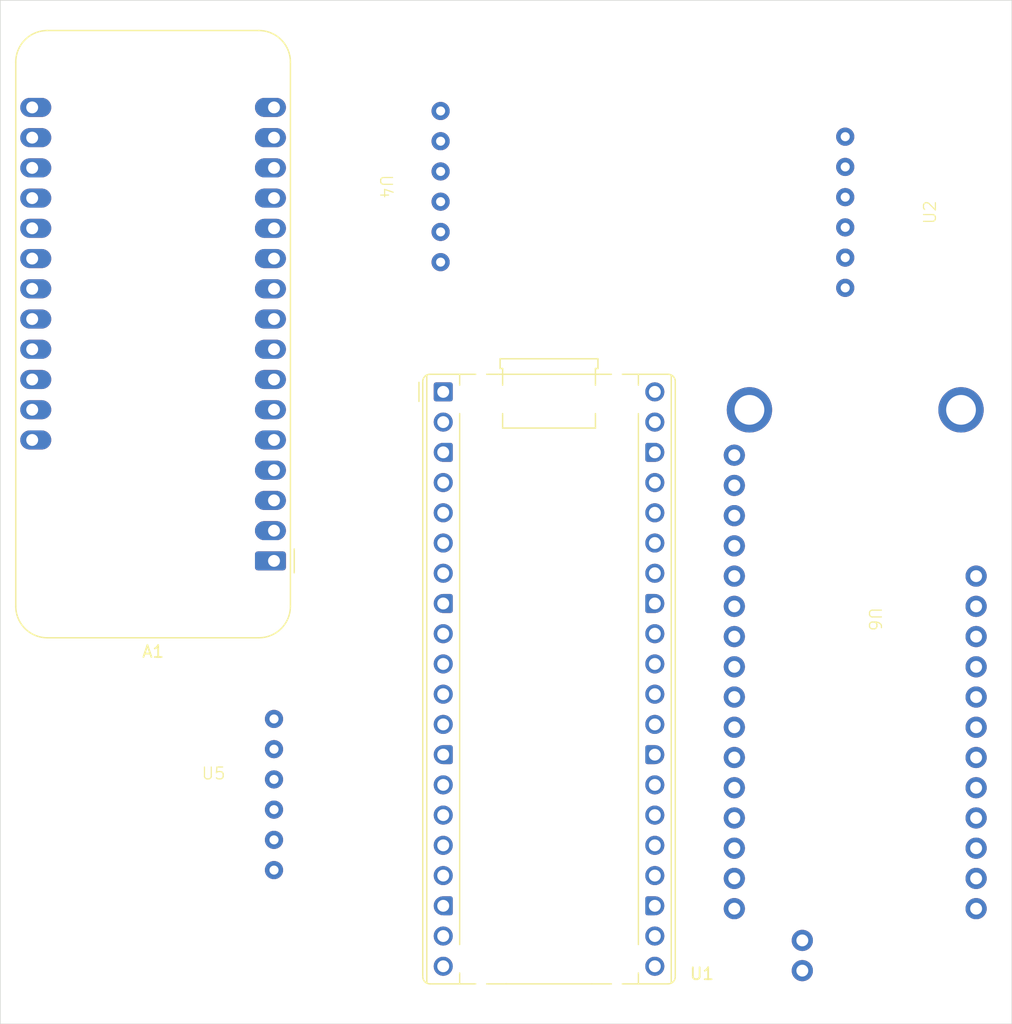
<source format=kicad_pcb>
(kicad_pcb (version 20240108) (generator "pcbnew") (generator_version "8.0")
  (layers (0 "F.Cu" signal) (31 "B.Cu" signal) (34 "B.Paste" user) (35 "F.Paste" user) (36 "B.SilkS" user "B.Silkscreen") (37 "F.SilkS" user "F.Silkscreen") (38 "B.Mask" user) (39 "F.Mask" user) (44 "Edge.Cuts" user))
  (net 0 "")
  (net 7 "/RX2")
  (net 8 "+3.3V")
  (net 10 "GND")
  (net 23 "/TX2")
  (net 39 "/SDA1")
  (net 55 "/SCL1")
  (net 60 "/SDA2")
  (net 62 "/SCL2")
  (net 65 "/MISO1")
  (net 66 "/MOSI1")
  (net 67 "/CS1")
  (net 68 "/SCK1")
  (net 69 "/RX1")
  (net 70 "/TX1")
  (footprint "Module:RaspberryPi_Pico_Common_THT" (layer "F.Cu") (at 62.22 54.9)
    (property "Reference" "U1" (at 20.6375 48.895 0) (layer "F.SilkS") (effects (justify left)))
    (property "Value" "Pico")
    (fp_line (start -2.04 0.8) (end -2.04 -0.8) (stroke (width 0.12)) (layer "F.SilkS"))
    (fp_line (start -1.72 -0.87) (end -1.72 49.13) (stroke (width 0.12)) (layer "F.SilkS"))
    (fp_line (start -1.38 -1.417) (end -1.38 49.677) (stroke (width 0.12)) (layer "F.SilkS"))
    (fp_line (start -1.11 -1.48) (end 1.38 -1.48) (stroke (width 0.12)) (layer "F.SilkS"))
    (fp_line (start -1.11 49.74) (end 2.727939 49.74) (stroke (width 0.12)) (layer "F.SilkS"))
    (fp_line (start 1.38 -1.48) (end 1.38 -0.56648) (stroke (width 0.12)) (layer "F.SilkS"))
    (fp_line (start 1.38 -1.48) (end 2.72794 -1.48) (stroke (width 0.12)) (layer "F.SilkS"))
    (fp_line (start 1.38 1.82648) (end 1.38 46.43352) (stroke (width 0.12)) (layer "F.SilkS"))
    (fp_line (start 1.38 48.82648) (end 1.38 49.74) (stroke (width 0.12)) (layer "F.SilkS"))
    (fp_line (start 3.652061 -1.48) (end 4.655 -1.48) (stroke (width 0.12)) (layer "F.SilkS"))
    (fp_line (start 4.655 -1.48) (end 13.125 -1.48) (stroke (width 0.12)) (layer "F.SilkS"))
    (fp_line (start 4.78 -2.78) (end 4.78 -1.96) (stroke (width 0.12)) (layer "F.SilkS"))
    (fp_line (start 4.78 -2.78) (end 13 -2.78) (stroke (width 0.12)) (layer "F.SilkS"))
    (fp_line (start 4.78 -1.96) (end 4.99 -1.96) (stroke (width 0.12)) (layer "F.SilkS"))
    (fp_line (start 4.99 -1.96) (end 4.99 -0.564) (stroke (width 0.12)) (layer "F.SilkS"))
    (fp_line (start 4.99 1.824) (end 4.99 3.04) (stroke (width 0.12)) (layer "F.SilkS"))
    (fp_line (start 5.29 49.74) (end 3.652061 49.74) (stroke (width 0.12)) (layer "F.SilkS"))
    (fp_line (start 12.49 49.74) (end 5.29 49.74) (stroke (width 0.12)) (layer "F.SilkS"))
    (fp_line (start 12.79 -1.96) (end 12.79 -0.564) (stroke (width 0.12)) (layer "F.SilkS"))
    (fp_line (start 12.79 1.824) (end 12.79 3.04) (stroke (width 0.12)) (layer "F.SilkS"))
    (fp_line (start 12.79 3.04) (end 4.99 3.04) (stroke (width 0.12)) (layer "F.SilkS"))
    (fp_line (start 13 -2.78) (end 13 -1.96) (stroke (width 0.12)) (layer "F.SilkS"))
    (fp_line (start 13 -1.96) (end 12.79 -1.96) (stroke (width 0.12)) (layer "F.SilkS"))
    (fp_line (start 13.125 -1.48) (end 14.127939 -1.48) (stroke (width 0.12)) (layer "F.SilkS"))
    (fp_line (start 14.127939 49.74) (end 12.49 49.74) (stroke (width 0.12)) (layer "F.SilkS"))
    (fp_line (start 15.052061 -1.48) (end 16.4 -1.48) (stroke (width 0.12)) (layer "F.SilkS"))
    (fp_line (start 15.052061 49.74) (end 18.89 49.74) (stroke (width 0.12)) (layer "F.SilkS"))
    (fp_line (start 16.4 -1.48) (end 16.4 -0.56648) (stroke (width 0.12)) (layer "F.SilkS"))
    (fp_line (start 16.4 1.82648) (end 16.4 46.43352) (stroke (width 0.12)) (layer "F.SilkS"))
    (fp_line (start 16.4 48.82648) (end 16.4 49.74) (stroke (width 0.12)) (layer "F.SilkS"))
    (fp_line (start 18.89 -1.48) (end 16.4 -1.48) (stroke (width 0.12)) (layer "F.SilkS"))
    (fp_line (start 19.16 49.677) (end 19.16 -1.417) (stroke (width 0.12)) (layer "F.SilkS"))
    (fp_line (start 19.5 -0.87) (end 19.5 49.13) (stroke (width 0.12)) (layer "F.SilkS"))
    (fp_arc (start -1.72 -0.87) (mid -1.541335 -1.301335) (end -1.11 -1.48) (stroke (width 0.12)) (layer "F.SilkS"))
    (fp_arc (start -1.11 49.74) (mid -1.541364 49.561364) (end -1.72 49.13) (stroke (width 0.12)) (layer "F.SilkS"))
    (fp_arc (start 18.89 -1.48) (mid 19.321335 -1.301335) (end 19.5 -0.87) (stroke (width 0.12)) (layer "F.SilkS"))
    (fp_arc (start 19.5 49.13) (mid 19.321335 49.561335) (end 18.89 49.74) (stroke (width 0.12)) (layer "F.SilkS"))
    (pad "1" thru_hole roundrect (at 0 0) (size 1.6 1.6) (drill 1) (layers "*.Cu" "*.Mask") (roundrect_rratio 0.125) (net 39 "/SDA1"))
    (pad "2" thru_hole circle (at 0 2.54) (size 1.6 1.6) (drill 1) (layers "*.Cu" "*.Mask") (net 55 "/SCL1"))
    (pad "3" thru_hole custom (at 0 5.08) (size 1.6 1.6) (drill 1) (layers "*.Cu" "*.Mask") (options (clearance outline) (anchor circle)) (primitives (gr_poly (pts (xy 0.8 0.6) (xy 0.8 -0.6) (xy 0.6 -0.8) (xy 0 -0.8) (xy 0 0.8) (xy 0.6 0.8)) (width 0) (fill yes)) (gr_circle (center 0.6 0.6) (end 0.8 0.6) (width 0) (fill yes)) (gr_circle (center 0.6 -0.6) (end 0.8 -0.6) (width 0) (fill yes))))
    (pad "4" thru_hole circle (at 0 7.62) (size 1.6 1.6) (drill 1) (layers "*.Cu" "*.Mask"))
    (pad "5" thru_hole circle (at 0 10.16) (size 1.6 1.6) (drill 1) (layers "*.Cu" "*.Mask"))
    (pad "6" thru_hole circle (at 0 12.7) (size 1.6 1.6) (drill 1) (layers "*.Cu" "*.Mask") (net 7 "/RX2"))
    (pad "7" thru_hole circle (at 0 15.24) (size 1.6 1.6) (drill 1) (layers "*.Cu" "*.Mask") (net 23 "/TX2"))
    (pad "8" thru_hole custom (at 0 17.78) (size 1.6 1.6) (drill 1) (layers "*.Cu" "*.Mask") (options (clearance outline) (anchor circle)) (primitives (gr_poly (pts (xy 0.8 0.6) (xy 0.8 -0.6) (xy 0.6 -0.8) (xy 0 -0.8) (xy 0 0.8) (xy 0.6 0.8)) (width 0) (fill yes)) (gr_circle (center 0.6 0.6) (end 0.8 0.6) (width 0) (fill yes)) (gr_circle (center 0.6 -0.6) (end 0.8 -0.6) (width 0) (fill yes))))
    (pad "9" thru_hole circle (at 0 20.32) (size 1.6 1.6) (drill 1) (layers "*.Cu" "*.Mask"))
    (pad "10" thru_hole circle (at 0 22.86) (size 1.6 1.6) (drill 1) (layers "*.Cu" "*.Mask"))
    (pad "11" thru_hole circle (at 0 25.4) (size 1.6 1.6) (drill 1) (layers "*.Cu" "*.Mask") (net 66 "/MOSI1"))
    (pad "12" thru_hole circle (at 0 27.94) (size 1.6 1.6) (drill 1) (layers "*.Cu" "*.Mask") (net 67 "/CS1"))
    (pad "13" thru_hole custom (at 0 30.48) (size 1.6 1.6) (drill 1) (layers "*.Cu" "*.Mask") (options (clearance outline) (anchor circle)) (primitives (gr_poly (pts (xy 0.8 0.6) (xy 0.8 -0.6) (xy 0.6 -0.8) (xy 0 -0.8) (xy 0 0.8) (xy 0.6 0.8)) (width 0) (fill yes)) (gr_circle (center 0.6 0.6) (end 0.8 0.6) (width 0) (fill yes)) (gr_circle (center 0.6 -0.6) (end 0.8 -0.6) (width 0) (fill yes))))
    (pad "14" thru_hole circle (at 0 33.02) (size 1.6 1.6) (drill 1) (layers "*.Cu" "*.Mask") (net 68 "/SCK1"))
    (pad "15" thru_hole circle (at 0 35.56) (size 1.6 1.6) (drill 1) (layers "*.Cu" "*.Mask") (net 65 "/MISO1"))
    (pad "16" thru_hole circle (at 0 38.1) (size 1.6 1.6) (drill 1) (layers "*.Cu" "*.Mask"))
    (pad "17" thru_hole circle (at 0 40.64) (size 1.6 1.6) (drill 1) (layers "*.Cu" "*.Mask"))
    (pad "18" thru_hole custom (at 0 43.18) (size 1.6 1.6) (drill 1) (layers "*.Cu" "*.Mask") (options (clearance outline) (anchor circle)) (primitives (gr_poly (pts (xy 0.8 0.6) (xy 0.8 -0.6) (xy 0.6 -0.8) (xy 0 -0.8) (xy 0 0.8) (xy 0.6 0.8)) (width 0) (fill yes)) (gr_circle (center 0.6 0.6) (end 0.8 0.6) (width 0) (fill yes)) (gr_circle (center 0.6 -0.6) (end 0.8 -0.6) (width 0) (fill yes))))
    (pad "19" thru_hole circle (at 0 45.72) (size 1.6 1.6) (drill 1) (layers "*.Cu" "*.Mask"))
    (pad "20" thru_hole circle (at 0 48.26) (size 1.6 1.6) (drill 1) (layers "*.Cu" "*.Mask"))
    (pad "21" thru_hole circle (at 17.78 48.26) (size 1.6 1.6) (drill 1) (layers "*.Cu" "*.Mask"))
    (pad "22" thru_hole circle (at 17.78 45.72) (size 1.6 1.6) (drill 1) (layers "*.Cu" "*.Mask"))
    (pad "23" thru_hole custom (at 17.78 43.18) (size 1.6 1.6) (drill 1) (layers "*.Cu" "*.Mask") (options (clearance outline) (anchor circle)) (primitives (gr_poly (pts (xy -0.8 0.6) (xy -0.8 -0.6) (xy -0.6 -0.8) (xy 0 -0.8) (xy 0 0.8) (xy -0.6 0.8)) (width 0) (fill yes)) (gr_circle (center -0.6 0.6) (end -0.4 0.6) (width 0) (fill yes)) (gr_circle (center -0.6 -0.6) (end -0.4 -0.6) (width 0) (fill yes))))
    (pad "24" thru_hole circle (at 17.78 40.64) (size 1.6 1.6) (drill 1) (layers "*.Cu" "*.Mask"))
    (pad "25" thru_hole circle (at 17.78 38.1) (size 1.6 1.6) (drill 1) (layers "*.Cu" "*.Mask"))
    (pad "26" thru_hole circle (at 17.78 35.56) (size 1.6 1.6) (drill 1) (layers "*.Cu" "*.Mask") (net 69 "/RX1"))
    (pad "27" thru_hole circle (at 17.78 33.02) (size 1.6 1.6) (drill 1) (layers "*.Cu" "*.Mask") (net 70 "/TX1"))
    (pad "28" thru_hole custom (at 17.78 30.48) (size 1.6 1.6) (drill 1) (layers "*.Cu" "*.Mask") (options (clearance outline) (anchor circle)) (primitives (gr_poly (pts (xy -0.8 0.6) (xy -0.8 -0.6) (xy -0.6 -0.8) (xy 0 -0.8) (xy 0 0.8) (xy -0.6 0.8)) (width 0) (fill yes)) (gr_circle (center -0.6 0.6) (end -0.4 0.6) (width 0) (fill yes)) (gr_circle (center -0.6 -0.6) (end -0.4 -0.6) (width 0) (fill yes))))
    (pad "29" thru_hole circle (at 17.78 27.94) (size 1.6 1.6) (drill 1) (layers "*.Cu" "*.Mask"))
    (pad "30" thru_hole circle (at 17.78 25.4) (size 1.6 1.6) (drill 1) (layers "*.Cu" "*.Mask"))
    (pad "31" thru_hole circle (at 17.78 22.86) (size 1.6 1.6) (drill 1) (layers "*.Cu" "*.Mask") (net 60 "/SDA2"))
    (pad "32" thru_hole circle (at 17.78 20.32) (size 1.6 1.6) (drill 1) (layers "*.Cu" "*.Mask") (net 62 "/SCL2"))
    (pad "33" thru_hole custom (at 17.78 17.78) (size 1.6 1.6) (drill 1) (layers "*.Cu" "*.Mask") (options (clearance outline) (anchor circle)) (primitives (gr_poly (pts (xy -0.8 0.6) (xy -0.8 -0.6) (xy -0.6 -0.8) (xy 0 -0.8) (xy 0 0.8) (xy -0.6 0.8)) (width 0) (fill yes)) (gr_circle (center -0.6 0.6) (end -0.4 0.6) (width 0) (fill yes)) (gr_circle (center -0.6 -0.6) (end -0.4 -0.6) (width 0) (fill yes))))
    (pad "34" thru_hole circle (at 17.78 15.24) (size 1.6 1.6) (drill 1) (layers "*.Cu" "*.Mask"))
    (pad "35" thru_hole circle (at 17.78 12.7) (size 1.6 1.6) (drill 1) (layers "*.Cu" "*.Mask"))
    (pad "36" thru_hole circle (at 17.78 10.16) (size 1.6 1.6) (drill 1) (layers "*.Cu" "*.Mask"))
    (pad "37" thru_hole circle (at 17.78 7.62) (size 1.6 1.6) (drill 1) (layers "*.Cu" "*.Mask"))
    (pad "38" thru_hole custom (at 17.78 5.08) (size 1.6 1.6) (drill 1) (layers "*.Cu" "*.Mask") (options (clearance outline) (anchor circle)) (primitives (gr_poly (pts (xy -0.8 0.6) (xy -0.8 -0.6) (xy -0.6 -0.8) (xy 0 -0.8) (xy 0 0.8) (xy -0.6 0.8)) (width 0) (fill yes)) (gr_circle (center -0.6 0.6) (end -0.4 0.6) (width 0) (fill yes)) (gr_circle (center -0.6 -0.6) (end -0.4 -0.6) (width 0) (fill yes))))
    (pad "39" thru_hole circle (at 17.78 2.54) (size 1.6 1.6) (drill 1) (layers "*.Cu" "*.Mask"))
    (pad "40" thru_hole circle (at 17.78 0) (size 1.6 1.6) (drill 1) (layers "*.Cu" "*.Mask"))
  )
  (footprint "RocketSensors:MTK3339" (layer "F.Cu") (at 98 74 -90)
    (property "Reference" "U6" (at 0 -0.5 -90) (layer "F.SilkS") (effects (font (thickness 0.1))))
    (property "Value" "~")
    (pad "" thru_hole circle (at -17.59 -7.73 270) (size 3.81 3.81) (drill 2.5) (layers "*.Cu" "*.Mask"))
    (pad "" thru_hole circle (at -17.59 10.05 270) (size 3.81 3.81) (drill 2.5) (layers "*.Cu" "*.Mask"))
    (pad "" thru_hole circle (at -13.78 11.32 270) (size 1.778 1.778) (drill 1) (layers "*.Cu" "*.Mask"))
    (pad "" thru_hole circle (at -8.7 11.32 270) (size 1.778 1.778) (drill 1) (layers "*.Cu" "*.Mask"))
    (pad "" thru_hole circle (at -3.62 -9 270) (size 1.778 1.778) (drill 1) (layers "*.Cu" "*.Mask"))
    (pad "" thru_hole circle (at -3.62 11.32 270) (size 1.778 1.778) (drill 1) (layers "*.Cu" "*.Mask"))
    (pad "" thru_hole circle (at -1.08 -9 270) (size 1.778 1.778) (drill 1) (layers "*.Cu" "*.Mask"))
    (pad "" thru_hole circle (at -1.08 11.32 270) (size 1.778 1.778) (drill 1) (layers "*.Cu" "*.Mask"))
    (pad "" thru_hole circle (at 1.46 -9 270) (size 1.778 1.778) (drill 1) (layers "*.Cu" "*.Mask"))
    (pad "" thru_hole circle (at 1.46 11.32 270) (size 1.778 1.778) (drill 1) (layers "*.Cu" "*.Mask"))
    (pad "" thru_hole circle (at 4 -9 270) (size 1.778 1.778) (drill 1) (layers "*.Cu" "*.Mask"))
    (pad "" thru_hole circle (at 4 11.32 270) (size 1.778 1.778) (drill 1) (layers "*.Cu" "*.Mask"))
    (pad "" thru_hole circle (at 6.54 -9 270) (size 1.778 1.778) (drill 1) (layers "*.Cu" "*.Mask"))
    (pad "" thru_hole circle (at 6.54 11.32 270) (size 1.778 1.778) (drill 1) (layers "*.Cu" "*.Mask"))
    (pad "" thru_hole circle (at 9.08 -9 270) (size 1.778 1.778) (drill 1) (layers "*.Cu" "*.Mask"))
    (pad "" thru_hole circle (at 9.08 11.32 270) (size 1.778 1.778) (drill 1) (layers "*.Cu" "*.Mask"))
    (pad "" thru_hole circle (at 11.62 -9 270) (size 1.778 1.778) (drill 1) (layers "*.Cu" "*.Mask"))
    (pad "" thru_hole circle (at 11.62 11.32 270) (size 1.778 1.778) (drill 1) (layers "*.Cu" "*.Mask"))
    (pad "" thru_hole circle (at 14.16 -9 270) (size 1.778 1.778) (drill 1) (layers "*.Cu" "*.Mask"))
    (pad "" thru_hole circle (at 14.16 11.32 270) (size 1.778 1.778) (drill 1) (layers "*.Cu" "*.Mask"))
    (pad "" thru_hole circle (at 16.7 -9 270) (size 1.778 1.778) (drill 1) (layers "*.Cu" "*.Mask"))
    (pad "" thru_hole circle (at 16.7 11.32 270) (size 1.778 1.778) (drill 1) (layers "*.Cu" "*.Mask"))
    (pad "" thru_hole circle (at 19.24 -9 270) (size 1.778 1.778) (drill 1) (layers "*.Cu" "*.Mask"))
    (pad "" thru_hole circle (at 19.24 11.32 270) (size 1.778 1.778) (drill 1) (layers "*.Cu" "*.Mask"))
    (pad "" thru_hole circle (at 21.78 -9 270) (size 1.778 1.778) (drill 1) (layers "*.Cu" "*.Mask"))
    (pad "" thru_hole circle (at 21.78 11.32 270) (size 1.778 1.778) (drill 1) (layers "*.Cu" "*.Mask"))
    (pad "" thru_hole circle (at 24.32 -9 270) (size 1.778 1.778) (drill 1) (layers "*.Cu" "*.Mask"))
    (pad "" thru_hole circle (at 24.32 11.32 270) (size 1.778 1.778) (drill 1) (layers "*.Cu" "*.Mask"))
    (pad "1" thru_hole circle (at -11.24 11.32 270) (size 1.778 1.778) (drill 1) (layers "*.Cu" "*.Mask") (net 8 "+3.3V"))
    (pad "2" thru_hole circle (at -6.16 11.32 270) (size 1.778 1.778) (drill 1) (layers "*.Cu" "*.Mask") (net 10 "GND"))
    (pad "3" thru_hole circle (at 29.527 5.605 180) (size 1.778 1.778) (drill 1) (layers "*.Cu" "*.Mask") (net 69 "/RX1"))
    (pad "4" thru_hole circle (at 26.987 5.605 180) (size 1.778 1.778) (drill 1) (layers "*.Cu" "*.Mask") (net 70 "/TX1"))
  )
  (footprint "Module:Adafruit_Feather" (layer "F.Cu") (at 48 69.1 180)
    (property "Reference" "A1" (at 10.16 -7.62 360) (layer "F.SilkS"))
    (property "Value" "Adafruit_Feather_Generic")
    (fp_line (start 21.7 -3.81) (end 21.7 41.91) (stroke (width 0.12)) (layer "F.SilkS"))
    (fp_line (start 19.05 44.56) (end 1.27 44.56) (stroke (width 0.12)) (layer "F.SilkS"))
    (fp_line (start 19.05 -6.46) (end 1.27 -6.46) (stroke (width 0.12)) (layer "F.SilkS"))
    (fp_line (start -1.38 -3.81) (end -1.38 41.91) (stroke (width 0.12)) (layer "F.SilkS"))
    (fp_line (start -1.7 1) (end -1.7 -1) (stroke (width 0.12)) (layer "F.SilkS"))
    (fp_arc (start 21.7 41.91) (mid 20.923833 43.783833) (end 19.05 44.56) (stroke (width 0.12)) (layer "F.SilkS"))
    (fp_arc (start 19.05 -6.46) (mid 20.923833 -5.683833) (end 21.7 -3.81) (stroke (width 0.12)) (layer "F.SilkS"))
    (fp_arc (start 1.27 44.56) (mid -0.603833 43.783833) (end -1.38 41.91) (stroke (width 0.12)) (layer "F.SilkS"))
    (fp_arc (start -1.38 -3.81) (mid -0.603833 -5.683833) (end 1.27 -6.46) (stroke (width 0.12)) (layer "F.SilkS"))
    (pad "1" thru_hole roundrect (at 0 0 180) (size 2.6 1.6) (drill 1 (offset 0.3 0)) (layers "*.Cu" "*.Mask") (roundrect_rratio 0.15625))
    (pad "2" thru_hole oval (at 0 2.54 180) (size 2.6 1.6) (drill 1 (offset 0.3 0)) (layers "*.Cu" "*.Mask"))
    (pad "3" thru_hole oval (at 0 5.08 180) (size 2.6 1.6) (drill 1 (offset 0.3 0)) (layers "*.Cu" "*.Mask"))
    (pad "4" thru_hole oval (at 0 7.62 180) (size 2.6 1.6) (drill 1 (offset 0.3 0)) (layers "*.Cu" "*.Mask") (net 10 "GND"))
    (pad "5" thru_hole oval (at 0 10.16 180) (size 2.6 1.6) (drill 1 (offset 0.3 0)) (layers "*.Cu" "*.Mask"))
    (pad "6" thru_hole oval (at 0 12.7 180) (size 2.6 1.6) (drill 1 (offset 0.3 0)) (layers "*.Cu" "*.Mask"))
    (pad "7" thru_hole oval (at 0 15.24 180) (size 2.6 1.6) (drill 1 (offset 0.3 0)) (layers "*.Cu" "*.Mask"))
    (pad "8" thru_hole oval (at 0 17.78 180) (size 2.6 1.6) (drill 1 (offset 0.3 0)) (layers "*.Cu" "*.Mask"))
    (pad "9" thru_hole oval (at 0 20.32 180) (size 2.6 1.6) (drill 1 (offset 0.3 0)) (layers "*.Cu" "*.Mask"))
    (pad "10" thru_hole oval (at 0 22.86 180) (size 2.6 1.6) (drill 1 (offset 0.3 0)) (layers "*.Cu" "*.Mask"))
    (pad "11" thru_hole oval (at 0 25.4 180) (size 2.6 1.6) (drill 1 (offset 0.3 0)) (layers "*.Cu" "*.Mask"))
    (pad "12" thru_hole oval (at 0 27.94 180) (size 2.6 1.6) (drill 1 (offset 0.3 0)) (layers "*.Cu" "*.Mask"))
    (pad "13" thru_hole oval (at 0 30.48 180) (size 2.6 1.6) (drill 1 (offset 0.3 0)) (layers "*.Cu" "*.Mask"))
    (pad "14" thru_hole oval (at 0 33.02 180) (size 2.6 1.6) (drill 1 (offset 0.3 0)) (layers "*.Cu" "*.Mask") (net 7 "/RX2"))
    (pad "15" thru_hole oval (at 0 35.56 180) (size 2.6 1.6) (drill 1 (offset 0.3 0)) (layers "*.Cu" "*.Mask") (net 23 "/TX2"))
    (pad "16" thru_hole oval (at 0 38.1 180) (size 2.6 1.6) (drill 1 (offset 0.3 0)) (layers "*.Cu" "*.Mask"))
    (pad "17" thru_hole oval (at 20.32 38.1) (size 2.6 1.6) (drill 1 (offset 0.3 0)) (layers "*.Cu" "*.Mask"))
    (pad "18" thru_hole oval (at 20.32 35.56) (size 2.6 1.6) (drill 1 (offset 0.3 0)) (layers "*.Cu" "*.Mask"))
    (pad "19" thru_hole oval (at 20.32 33.02) (size 2.6 1.6) (drill 1 (offset 0.3 0)) (layers "*.Cu" "*.Mask"))
    (pad "20" thru_hole oval (at 20.32 30.48) (size 2.6 1.6) (drill 1 (offset 0.3 0)) (layers "*.Cu" "*.Mask"))
    (pad "21" thru_hole oval (at 20.32 27.94) (size 2.6 1.6) (drill 1 (offset 0.3 0)) (layers "*.Cu" "*.Mask"))
    (pad "22" thru_hole oval (at 20.32 25.4) (size 2.6 1.6) (drill 1 (offset 0.3 0)) (layers "*.Cu" "*.Mask"))
    (pad "23" thru_hole oval (at 20.32 22.86) (size 2.6 1.6) (drill 1 (offset 0.3 0)) (layers "*.Cu" "*.Mask"))
    (pad "24" thru_hole oval (at 20.32 20.32) (size 2.6 1.6) (drill 1 (offset 0.3 0)) (layers "*.Cu" "*.Mask"))
    (pad "25" thru_hole oval (at 20.32 17.78) (size 2.6 1.6) (drill 1 (offset 0.3 0)) (layers "*.Cu" "*.Mask"))
    (pad "26" thru_hole oval (at 20.32 15.24) (size 2.6 1.6) (drill 1 (offset 0.3 0)) (layers "*.Cu" "*.Mask"))
    (pad "27" thru_hole oval (at 20.32 12.7) (size 2.6 1.6) (drill 1 (offset 0.3 0)) (layers "*.Cu" "*.Mask"))
    (pad "28" thru_hole oval (at 20.32 10.16) (size 2.6 1.6) (drill 1 (offset 0.3 0)) (layers "*.Cu" "*.Mask") (net 8 "+3.3V"))
  )
  (footprint "RocketSensors:BNO055" (layer "F.Cu") (at 56.92 37.65 -90)
    (property "Reference" "U4" (at 0 -0.5 -90) (layer "F.SilkS") (effects (font (thickness 0.1))))
    (property "Value" "~")
    (pad "1" thru_hole circle (at 6.35 -5.08 270) (size 1.524 1.524) (drill 0.762) (layers "*.Cu" "*.Mask") (net 8 "+3.3V"))
    (pad "2" thru_hole circle (at 3.81 -5.08 270) (size 1.524 1.524) (drill 0.762) (layers "*.Cu" "*.Mask"))
    (pad "3" thru_hole circle (at 1.27 -5.08 270) (size 1.524 1.524) (drill 0.762) (layers "*.Cu" "*.Mask") (net 10 "GND"))
    (pad "4" thru_hole circle (at -1.27 -5.08 270) (size 1.524 1.524) (drill 0.762) (layers "*.Cu" "*.Mask") (net 39 "/SDA1"))
    (pad "5" thru_hole circle (at -3.81 -5.08 270) (size 1.524 1.524) (drill 0.762) (layers "*.Cu" "*.Mask") (net 55 "/SCL1"))
    (pad "6" thru_hole circle (at -6.35 -5.08 270) (size 1.524 1.524) (drill 0.762) (layers "*.Cu" "*.Mask"))
  )
  (footprint "RocketSensors:MICROSD" (layer "F.Cu") (at 42.92 87.46)
    (property "Reference" "U5" (at 0 -0.5 0) (layer "F.SilkS") (effects (font (thickness 0.1))))
    (property "Value" "~")
    (pad "1" thru_hole circle (at 5.08 -5.08) (size 1.524 1.524) (drill 0.762) (layers "*.Cu" "*.Mask") (net 67 "/CS1"))
    (pad "2" thru_hole circle (at 5.08 -2.54) (size 1.524 1.524) (drill 0.762) (layers "*.Cu" "*.Mask") (net 68 "/SCK1"))
    (pad "3" thru_hole circle (at 5.08 0) (size 1.524 1.524) (drill 0.762) (layers "*.Cu" "*.Mask") (net 66 "/MOSI1"))
    (pad "4" thru_hole circle (at 5.08 2.54) (size 1.524 1.524) (drill 0.762) (layers "*.Cu" "*.Mask") (net 65 "/MISO1"))
    (pad "5" thru_hole circle (at 5.08 5.08) (size 1.524 1.524) (drill 0.762) (layers "*.Cu" "*.Mask") (net 8 "+3.3V"))
    (pad "6" thru_hole circle (at 5.08 7.62) (size 1.524 1.524) (drill 0.762) (layers "*.Cu" "*.Mask") (net 10 "GND"))
  )
  (footprint "RocketSensors:BME280" (layer "F.Cu") (at 103.62 39.81 90)
    (property "Reference" "U2" (at 0 -0.5 90) (layer "F.SilkS") (effects (font (thickness 0.1))))
    (property "Value" "~")
    (pad "1" thru_hole circle (at -6.35 -7.62 90) (size 1.524 1.524) (drill 0.762) (layers "*.Cu" "*.Mask") (net 8 "+3.3V"))
    (pad "2" thru_hole circle (at -3.81 -7.62 90) (size 1.524 1.524) (drill 0.762) (layers "*.Cu" "*.Mask") (net 10 "GND"))
    (pad "3" thru_hole circle (at -1.27 -7.62 90) (size 1.524 1.524) (drill 0.762) (layers "*.Cu" "*.Mask") (net 62 "/SCL2"))
    (pad "4" thru_hole circle (at 1.27 -7.62 90) (size 1.524 1.524) (drill 0.762) (layers "*.Cu" "*.Mask") (net 60 "/SDA2"))
    (pad "5" thru_hole circle (at 3.81 -7.62 90) (size 1.524 1.524) (drill 0.762) (layers "*.Cu" "*.Mask"))
    (pad "6" thru_hole circle (at 6.35 -7.62 90) (size 1.524 1.524) (drill 0.762) (layers "*.Cu" "*.Mask"))
  )
  (gr_rect (start 25 22) (end 110 108) (stroke (width 0.05)) (fill none) (layer "Edge.Cuts"))
)
</source>
